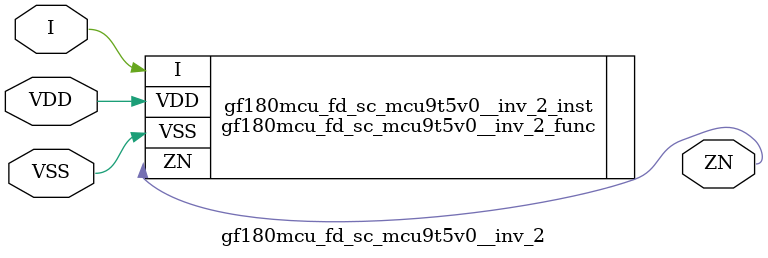
<source format=v>

module gf180mcu_fd_sc_mcu9t5v0__inv_2( I, ZN, VDD, VSS );
input I;
inout VDD, VSS;
output ZN;

   `ifdef FUNCTIONAL  //  functional //

	gf180mcu_fd_sc_mcu9t5v0__inv_2_func gf180mcu_fd_sc_mcu9t5v0__inv_2_behav_inst(.I(I),.ZN(ZN),.VDD(VDD),.VSS(VSS));

   `else

	gf180mcu_fd_sc_mcu9t5v0__inv_2_func gf180mcu_fd_sc_mcu9t5v0__inv_2_inst(.I(I),.ZN(ZN),.VDD(VDD),.VSS(VSS));

	// spec_gates_begin


	// spec_gates_end



   specify

	// specify_block_begin

	// comb arc I --> ZN
	 (I => ZN) = (1.0,1.0);

	// specify_block_end

   endspecify

   `endif

endmodule

</source>
